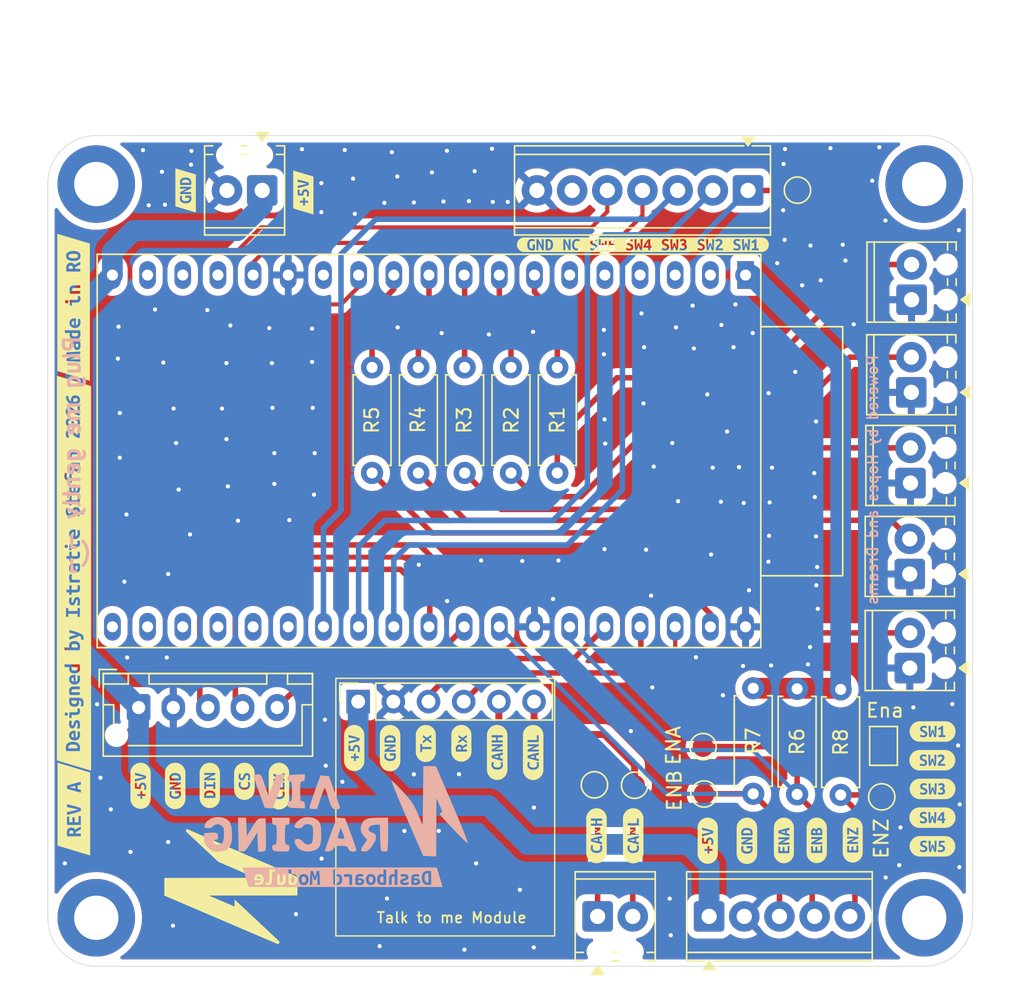
<source format=kicad_pcb>
(kicad_pcb (version 20241229) (generator "pcbnew") (generator_version "9.0")
  (layers (0 "F.Cu" signal) (2 "B.Cu" signal) (13 "F.Paste" user) (15 "B.Paste" user) (5 "F.SilkS" user "F.Silkscreen") (7 "B.SilkS" user "B.Silkscreen") (1 "F.Mask" user) (3 "B.Mask" user) (25 "Edge.Cuts" user))
  (net 0 "")
  (net 1 "+5V")
  (net 2 "/Rx")
  (net 3 "/CANH")
  (net 4 "/CANL")
  (net 5 "/Tx")
  (net 6 "GND")
  (net 7 "/EncoderA")
  (net 8 "/EncoderZ")
  (net 9 "/EncoderB")
  (net 10 "/DIN")
  (net 11 "/CS")
  (net 12 "/CLK")
  (net 13 "Net-(R1-Pad1)")
  (net 14 "/Button1")
  (net 15 "Net-(R2-Pad1)")
  (net 16 "/Button2")
  (net 17 "/Button3")
  (net 18 "Net-(R3-Pad1)")
  (net 19 "Net-(R4-Pad1)")
  (net 20 "/Button4")
  (net 21 "/Button5")
  (net 22 "Net-(R5-Pad1)")
  (net 23 "+3.3V")
  (net 24 "/SW2")
  (net 25 "/SW1")
  (net 26 "/SW4")
  (net 27 "/SW6")
  (net 28 "/SW3")
  (net 29 "/SW5")
  (net 30 "Net-(JP1-A)")
  (footprint "Connector_PinSocket_2.54mm:PinSocket_1x06_P2.54mm_Vertical" (layer "F.Cu") (at 82.46 83.79 90)
    (property "Reference" "J1" (hide yes))
    (property "Value" "Conn_01x06_Socket")
  )
  (footprint "Resistor_THT:R_Axial_DIN0207_L6.3mm_D2.5mm_P7.62mm_Horizontal" (layer "F.Cu") (at 96.8375 67.28 90)
    (property "Reference" "R1")
    (property "Value" "220")
  )
  (footprint "Esp devkit c:ESP32 DevKitC" (layer "F.Cu") (at 110.43344 52.99 -90)
    (property "Reference" "U2" (hide yes))
    (property "Value" "ESP32-DevKitC" (hide yes))
  )
  (footprint "kibuzzard-696A0FA7" (layer "F.Cu") (at 102.32 93.48 90)
    (property "Reference" "kibuzzard-696A0FA7" (hide yes))
    (property "Value" "G***" (hide yes))
  )
  (footprint "kibuzzard-6977479D" (layer "F.Cu") (at 123.93 94.24)
    (property "Reference" "kibuzzard-6977479D" (hide yes))
    (property "Value" "G***" (hide yes))
  )
  (footprint "kibuzzard-697747A7" (layer "F.Cu") (at 123.928062 92.1675)
    (property "Reference" "kibuzzard-697747A7" (hide yes))
    (property "Value" "G***" (hide yes))
  )
  (footprint "kibuzzard-69662E83" (layer "F.Cu") (at 115.57 93.809386 90)
    (property "Reference" "kibuzzard-69662E83" (hide yes))
    (property "Value" "G***" (hide yes))
  )
  (footprint "TerminalBlock_Phoenix:TerminalBlock_Phoenix_MPT-0,5-2-2.54_1x02_P2.54mm_Horizontal" (layer "F.Cu") (at 122.4 61.46 90)
    (property "Reference" "SW2" (hide yes))
    (property "Value" "SW_Push")
  )
  (footprint "kibuzzard-69663259" (layer "F.Cu") (at 95.095 87.465 90)
    (property "Reference" "kibuzzard-69663259" (hide yes))
    (property "Value" "G***" (hide yes))
  )
  (footprint "kibuzzard-69775305" (layer "F.Cu") (at 61.94 74.52 90)
    (property "Reference" "kibuzzard-69775305" (hide yes))
    (property "Value" "G***" (hide yes))
  )
  (footprint "kibuzzard-6966324D" (layer "F.Cu") (at 92.497042 87.461769 90)
    (property "Reference" "kibuzzard-6966324D" (hide yes))
    (property "Value" "G***" (hide yes))
  )
  (footprint "MountingHole:MountingHole_3.2mm_M3_DIN965_Pad_TopBottom" (layer "F.Cu") (at 63.5501 99.3999)
    (property "Reference" "H4" (hide yes))
    (property "Value" "MountingHole" (hide yes))
  )
  (footprint "kibuzzard-697747B3" (layer "F.Cu") (at 123.937755 85.95)
    (property "Reference" "kibuzzard-697747B3" (hide yes))
    (property "Value" "G***" (hide yes))
  )
  (footprint "TerminalBlock_Phoenix:TerminalBlock_Phoenix_MPT-0,5-2-2.54_1x02_P2.54mm_Horizontal" (layer "F.Cu") (at 122.29 81.37 90)
    (property "Reference" "SW5" (hide yes))
    (property "Value" "SW_Push")
  )
  (footprint "Resistor_THT:R_Axial_DIN0207_L6.3mm_D2.5mm_P7.62mm_Horizontal" (layer "F.Cu") (at 117.3 82.91 -90)
    (property "Reference" "R8")
    (property "Value" "4.7k")
  )
  (footprint "Connector_JST:JST_XH_B5B-XH-AM_1x05_P2.50mm_Vertical" (layer "F.Cu") (at 66.61 84.22)
    (property "Reference" "J5" (hide yes))
    (property "Value" "Conn_01x05_Socket")
  )
  (footprint "TestPoint:TestPoint_Pad_D1.5mm" (layer "F.Cu") (at 120.265 90.67 -90)
    (property "Reference" "TP3" (hide yes))
    (property "Value" "TestPoint")
  )
  (footprint "kibuzzard-6977589B" (layer "F.Cu") (at 61.93 91.55 90)
    (property "Reference" "kibuzzard-6977589B" (hide yes))
    (property "Value" "G***" (hide yes))
  )
  (footprint "TerminalBlock_Phoenix:TerminalBlock_Phoenix_MPT-0,5-2-2.54_1x02_P2.54mm_Horizontal" (layer "F.Cu") (at 75.53 46.88 180)
    (property "Reference" "J4" (hide yes))
    (property "Value" "Screw_Terminal_01x02")
  )
  (footprint "TerminalBlock_Phoenix:TerminalBlock_Phoenix_MPT-0,5-2-2.54_1x02_P2.54mm_Horizontal" (layer "F.Cu") (at 99.75 99.3)
    (property "Reference" "J2" (hide yes))
    (property "Value" "Screw_Terminal_01x02")
  )
  (footprint "kibuzzard-69662EA7" (layer "F.Cu") (at 82.175 87.142545 90)
    (property "Reference" "kibuzzard-69662EA7" (hide yes))
    (property "Value" "G***" (hide yes))
  )
  (footprint "kibuzzard-69774506" (layer "F.Cu") (at 71.745 89.842181 90)
    (property "Reference" "kibuzzard-69774506" (hide yes))
    (property "Value" "G***" (hide yes))
  )
  (footprint "Jumper:SolderJumper-2_P1.3mm_Open_Pad1.0x1.5mm" (layer "F.Cu") (at 120.395 86.99 -90)
    (property "Reference" "JP1" (hide yes))
    (property "Value" "SolderJumper_2_Open")
  )
  (footprint "kibuzzard-694BB84E" (layer "F.Cu") (at 61.91 55.32 90)
    (property "Reference" "kibuzzard-694BB84E" (hide yes))
    (property "Value" "G***" (hide yes))
  )
  (footprint "kibuzzard-697744E1" (layer "F.Cu") (at 76.74 89.89 90)
    (property "Reference" "kibuzzard-697744E1" (hide yes))
    (property "Value" "G***" (hide yes))
  )
  (footprint "kibuzzard-6977488C" (layer "F.Cu") (at 103.02 50.8)
    (property "Reference" "kibuzzard-6977488C" (hide yes))
    (property "Value" "G***" (hide yes))
  )
  (footprint "TerminalBlock_Phoenix:TerminalBlock_Phoenix_MPT-0,5-5-2.54_1x05_P2.54mm_Horizontal" (layer "F.Cu") (at 107.8 99.3)
    (property "Reference" "J3" (hide yes))
    (property "Value" "Screw_Terminal_01x05")
  )
  (footprint "TestPoint:TestPoint_Pad_D1.5mm" (layer "F.Cu") (at 107.435 90.46 -90)
    (property "Reference" "TP1" (hide yes))
    (property "Value" "TestPoint")
  )
  (footprint "kibuzzard-697747AD" (layer "F.Cu") (at 123.919661 88.0225)
    (property "Reference" "kibuzzard-697747AD" (hide yes))
    (property "Value" "G***" (hide yes))
  )
  (footprint "TestPoint:TestPoint_Pad_D1.5mm" (layer "F.Cu") (at 102.42 89.83)
    (property "Reference" "TP5" (hide yes))
    (property "Value" "TestPoint")
  )
  (footprint "kibuzzard-69662E9B" (layer "F.Cu") (at 110.53 93.842988 90)
    (property "Reference" "kibuzzard-69662E9B" (hide yes))
    (property "Value" "G***" (hide yes))
  )
  (footprint "TestPoint:TestPoint_Pad_D1.5mm" (layer "F.Cu") (at 114.18 46.86)
    (property "Reference" "SW7" (hide yes))
    (property "Value" "SW_Rotary_1x5_MP" (hide yes))
  )
  (footprint "kibuzzard-69662E8F" (layer "F.Cu") (at 118.17 93.79 90)
    (property "Reference" "kibuzzard-69662E8F" (hide yes))
    (property "Value" "G***" (hide yes))
  )
  (footprint "Resistor_THT:R_Axial_DIN0207_L6.3mm_D2.5mm_P7.62mm_Horizontal" (layer "F.Cu") (at 90.15 67.28 90)
    (property "Reference" "R3")
    (property "Value" "220")
  )
  (footprint "Resistor_THT:R_Axial_DIN0207_L6.3mm_D2.5mm_P7.62mm_Horizontal" (layer "F.Cu") (at 114.155 82.87 -90)
    (property "Reference" "R6")
    (property "Value" "4.7k")
  )
  (footprint "Resistor_THT:R_Axial_DIN0207_L6.3mm_D2.5mm_P7.62mm_Horizontal" (layer "F.Cu") (at 86.80625 67.28 90)
    (property "Reference" "R4")
    (property "Value" "220")
  )
  (footprint "TerminalBlock_Phoenix:TerminalBlock_Phoenix_MPT-0,5-2-2.54_1x02_P2.54mm_Horizontal" (layer "F.Cu") (at 122.29 74.58 90)
    (property "Reference" "SW4" (hide yes))
    (property "Value" "SW_Push")
  )
  (footprint "kibuzzard-6966322B" (layer "F.Cu") (at 84.763911 87.150299 90)
    (property "Reference" "kibuzzard-6966322B" (hide yes))
    (property "Value" "G***" (hide yes))
  )
  (footprint "MountingHole:MountingHole_3.2mm_M3_DIN965_Pad_TopBottom" (layer "F.Cu") (at 123.3299 99.3999)
    (property "Reference" "H3" (hide yes))
    (property "Value" "MountingHole")
  )
  (footprint "MountingHole:MountingHole_3.2mm_M3_DIN965_Pad_TopBottom" (layer "F.Cu") (at 63.5501 46.4201)
    (property "Reference" "H1" (hide yes))
    (property "Value" "MountingHole")
  )
  (footprint "Resistor_THT:R_Axial_DIN0207_L6.3mm_D2.5mm_P7.62mm_Horizontal" (layer "F.Cu") (at 110.985 82.827143 -90)
    (property "Reference" "R7")
    (property "Value" "4.7k")
  )
  (footprint "kibuzzard-697747CE" (layer "F.Cu") (at 78.5 47.03 90)
    (property "Reference" "kibuzzard-697747CE" (hide yes))
    (property "Value" "G***" (hide yes))
  )
  (footprint "TestPoint:TestPoint_Pad_D1.5mm" (layer "F.Cu") (at 99.52 89.8)
    (property "Reference" "TP4" (hide yes))
    (property "Value" "TestPoint")
  )
  (footprint "kibuzzard-69662EA7" (layer "F.Cu") (at 66.75 89.871906 90)
    (property "Reference" "kibuzzard-69662EA7" (hide yes))
    (property "Value" "G***" (hide yes))
  )
  (footprint "kibuzzard-696A0FB0" (layer "F.Cu") (at 99.67 93.476769 90)
    (property "Reference" "kibuzzard-696A0FB0" (hide yes))
    (property "Value" "G***" (hide yes))
  )
  (footprint "kibuzzard-697747DE" (layer "F.Cu") (at 70 46.88 90)
    (property "Reference" "kibuzzard-697747DE" (hide yes))
    (property "Value" "G***" (hide yes))
  )
  (footprint "kibuzzard-697744F1" (layer "F.Cu") (at 74.2425 89.548158 90)
    (property "Reference" "kibuzzard-697744F1" (hide yes))
    (property "Value" "G***" (hide yes))
  )
  (footprint "kibuzzard-6966323F" (layer "F.Cu") (at 89.912008 86.801996 90)
    (property "Reference" "kibuzzard-6966323F" (hide yes))
    (property "Value" "G***" (hide yes))
  )
  (footprint "kibuzzard-69774561" (layer "F.Cu") (at 123.93517 90.095)
    (property "Reference" "kibuzzard-69774561" (hide yes))
    (property "Value" "G***" (hide yes))
  )
  (footprint "kibuzzard-69662EA7" (layer "F.Cu") (at 107.7 93.835234 90)
    (property "Reference" "kibuzzard-69662EA7" (hide yes))
    (property "Value" "G***" (hide yes))
  )
  (footprint "TerminalBlock_Phoenix:TerminalBlock_Phoenix_MPT-0,5-2-2.54_1x02_P2.54mm_Horizontal" (layer "F.Cu") (at 122.34 68.01 90)
    (property "Reference" "SW3" (hide yes))
    (property "Value" "SW_Push")
  )
  (footprint "TerminalBlock_Phoenix:TerminalBlock_Phoenix_MPT-0,5-2-2.54_1x02_P2.54mm_Horizontal" (layer "F.Cu") (at 122.42 54.77 90)
    (property "Reference" "SW1" (hide yes))
    (property "Value" "SW_Push")
  )
  (footprint "MountingHole:MountingHole_3.2mm_M3_DIN965_Pad_TopBottom" (layer "F.Cu") (at 123.3299 46.4201)
    (property "Reference" "H2" (hide yes))
    (property "Value" "MountingHole")
  )
  (footprint "TerminalBlock_Phoenix:TerminalBlock_Phoenix_MPT-0,5-7-2.54_1x07_P2.54mm_Horizontal" (layer "F.Cu") (at 110.61 46.88 180)
    (property "Reference" "SW6" (hide yes))
    (property "Value" "SW_Rotary_1x6_MP")
  )
  (footprint "kibuzzard-69663236" (layer "F.Cu") (at 87.344422 86.816212 90)
    (property "Reference" "kibuzzard-69663236" (hide yes))
    (property "Value" "G***" (hide yes))
  )
  (footprint "kibuzzard-697744FD" (layer "F.Cu") (at 69.2475 89.87966 90)
    (property "Reference" "kibuzzard-697744FD" (hide yes))
    (property "Value" "G***" (hide yes))
  )
  (footprint "Resistor_THT:R_Axial_DIN0207_L6.3mm_D2.5mm_P7.62mm_Horizontal" (layer "F.Cu") (at 93.49375 67.28 90)
    (property "Reference" "R2")
    (property "Value" "220")
  )
  (footprint "kibuzzard-69662E70" (layer "F.Cu") (at 113.2 93.813909 90)
    (property "Reference" "kibuzzard-69662E70" (hide yes))
    (property "Value" "G***" (hide yes))
  )
  (footprint "Resistor_THT:R_Axial_DIN0207_L6.3mm_D2.5mm_P7.62mm_Horizontal" (layer "F.Cu") (at 83.4625 67.28 90)
    (property "Reference" "R5")
    (property "Value" "220")
  )
  (footprint "LOGO" (layer "F.Cu") (at 73.28 97.08 90)
    (property "Reference" "G***" (hide yes))
    (property "Value" "LOGO" (hide yes))
  )
  (footprint "TestPoint:TestPoint_Pad_D1.5mm" (layer "F.Cu") (at 107.365 87.04 -90)
    (property "Reference" "TP2" (hide yes))
    (property "Value" "TestPoint")
  )
  (footprint "kibuzzard-697749A6" (layer "B.Cu") (at 81.34 96.47 180)
    (property "Reference" "kibuzzard-697749A6" (hide yes))
    (property "Value" "G***" (hide yes))
  )
  (footprint "LOGO" (layer "B.Cu") (at 80.94 91.92 180)
    (property "Reference" "G***" (hide yes))
    (property "Value" "LOGO" (hide yes))
  )
  (gr_rect (start 80.85 82.11) (end 96.65 100.71) (stroke (width 0.1)) (fill no) (layer "F.SilkS"))
  (gr_arc (start 60.05 46.42012) (mid 61.075156 43.945156) (end 63.55012 42.92) (stroke (width 0.05)) (layer "Edge.Cuts"))
  (gr_arc (start 123.32988 42.92) (mid 125.804844 43.945156) (end 126.83 46.42012) (stroke (width 0.05)) (layer "Edge.Cuts"))
  (gr_line (start 63.55012 42.92) (end 123.32988 42.92) (stroke (width 0.05)) (layer "Edge.Cuts"))
  (gr_line (start 123.32988 102.9) (end 63.55012 102.9) (stroke (width 0.05)) (layer "Edge.Cuts"))
  (gr_line (start 126.83 46.42012) (end 126.83 99.39988) (stroke (width 0.05)) (layer "Edge.Cuts"))
  (gr_arc (start 126.83 99.39988) (mid 125.804844 101.874844) (end 123.32988 102.9) (stroke (width 0.05)) (layer "Edge.Cuts"))
  (gr_arc (start 63.55012 102.9) (mid 61.075161 101.874839) (end 60.05 99.39988) (stroke (width 0.05)) (layer "Edge.Cuts"))
  (gr_line (start 60.05 99.39988) (end 60.05 46.42012) (stroke (width 0.05)) (layer "Edge.Cuts"))
  (gr_text "ENZ\n" (at 120.82 95.23 90) (layer "F.SilkS") (effects (font (size 1 1)) (justify left bottom)))
  (gr_text "ENB\n" (at 105.88 91.79 90) (layer "F.SilkS") (effects (font (size 1 1)) (justify left bottom)))
  (gr_text "ENA" (at 105.81 88.47 90) (layer "F.SilkS") (effects (font (size 1 1)) (justify left bottom)))
  (gr_text "Talk to me Module" (at 83.72 99.84 -0) (layer "F.SilkS") (effects (font (size 0.762 0.762) (thickness 0.127) (bold yes)) (justify left bottom)))
  (gr_text "Ena" (at 119.04 85.01 0) (layer "F.SilkS") (effects (font (size 1 1)) (justify left bottom)))
  (gr_text "Powered by Hopes and Dreams" (at 120.05 58.68 90) (layer "B.SilkS") (effects (font (size 0.762 0.762) (thickness 0.127) (bold yes)) (justify left bottom mirror)))
  (gr_text "Plug me gently ¬‿¬" (at 62.47 57.26 90) (layer "B.SilkS") (effects (font (size 1.143 1.143) (thickness 0.2286) (bold yes)) (justify left bottom mirror)))
  (segment (start 62.06 55.64344) (end 64.71344 52.99) (width 1.5) (layer "B.Cu") (net 1))
  (segment (start 94.67 94.1) (end 105.43 94.1) (width 1.5) (layer "B.Cu") (net 1))
  (segment (start 66.22234 49.7811) (end 73.728899 49.7811) (width 1.5) (layer "B.Cu") (net 1))
  (segment (start 75.53 47.979999) (end 75.53 46.88) (width 1.5) (layer "B.Cu") (net 1))
  (segment (start 85.65 91.3) (end 91.87 91.3) (width 1.5) (layer "B.Cu") (net 1))
  (segment (start 107.8 95.62) (end 107.8 99.3) (width 1.5) (layer "B.Cu") (net 1))
  (segment (start 69.29 91.3) (end 85.65 91.3) (width 1.5) (layer "B.Cu") (net 1))
  (segment (start 73.728899 49.7811) (end 75.53 47.979999) (width 1.5) (layer "B.Cu") (net 1))
  (segment (start 66.61 84.22) (end 62.06 79.67) (width 1.5) (layer "B.Cu") (net 1))
  (segment (start 82.46 83.79) (end 82.46 88.11) (width 1.5) (layer "B.Cu") (net 1))
  (segment (start 83.09 88.74) (end 85.65 91.3) (width 1.5) (layer "B.Cu") (net 1))
  (segment (start 62.06 79.67) (end 62.06 55.64344) (width 1.5) (layer "B.Cu") (net 1))
  (segment (start 64.71344 51.29) (end 66.22234 49.7811) (width 1.5) (layer "B.Cu") (net 1))
  (segment (start 66.61 84.22) (end 66.61 88.62) (width 1.5) (layer "B.Cu") (net 1))
  (segment (start 64.71344 52.99) (end 64.71344 51.29) (width 1.5) (layer "B.Cu") (net 1))
  (segment (start 82.46 88.11) (end 83.09 88.74) (width 1.5) (layer "B.Cu") (net 1))
  (segment (start 66.61 88.62) (end 69.29 91.3) (width 1.5) (layer "B.Cu") (net 1))
  (segment (start 106.28 94.1) (end 107.8 95.62) (width 1.5) (layer "B.Cu") (net 1))
  (segment (start 91.87 91.3) (end 94.67 94.1) (width 1.5) (layer "B.Cu") (net 1))
  (segment (start 105.43 94.1) (end 106.28 94.1) (width 1.5) (layer "B.Cu") (net 1))
  (segment (start 87.54 83.79) (end 87.54 83.37) (width 0.4) (layer "F.Cu") (net 2))
  (segment (start 98.04344 80.68) (end 100.33344 78.39) (width 0.4) (layer "F.Cu") (net 2))
  (segment (start 88.095 82.815) (end 90.23 80.68) (width 0.4) (layer "F.Cu") (net 2))
  (segment (start 87.455 83.455) (end 88.095 82.815) (width 0.4) (layer "F.Cu") (net 2))
  (segment (start 87.54 83.37) (end 88.095 82.815) (width 0.4) (layer "F.Cu") (net 2))
  (segment (start 90.23 80.68) (end 98.04344 80.68) (width 0.4) (layer "F.Cu") (net 2))
  (segment (start 92.62 87.34) (end 92.62 88) (width 0.5) (layer "F.Cu") (net 3))
  (segment (start 99.52 89.8) (end 99.52 90.05) (width 0.4) (layer "F.Cu") (net 3))
  (segment (start 99.75 90.28) (end 99.75 99.3) (width 0.4) (layer "F.Cu") (net 3))
  (segment (start 92.62 83.79) (end 92.62 87.34) (width 0.5) (layer "F.Cu") (net 3))
  (segment (start 92.62 88) (end 94.42 89.8) (width 0.5) (layer "F.Cu") (net 3))
  (segment (start 99.52 90.05) (end 99.75 90.28) (width 0.4) (layer "F.Cu") (net 3))
  (segment (start 99.52 89.8) (end 94.42 89.8) (width 0.5) (layer "F.Cu") (net 3))
  (segment (start 102.29 99.3) (end 102.29 89.96) (width 0.4) (layer "F.Cu") (net 4))
  (segment (start 102.42 88.36) (end 100.225 86.165) (width 0.5) (layer "F.Cu") (net 4))
  (segment (start 100.225 86.165) (end 96.245 86.165) (width 0.5) (layer "F.Cu") (net 4))
  (segment (start 96.245 86.165) (end 95.16 85.08) (width 0.5) (layer "F.Cu") (net 4))
  (segment (start 102.42 89.83) (end 102.42 88.36) (width 0.5) (layer "F.Cu") (net 4))
  (segment (start 95.16 83.79) (end 95.16 85.08) (width 0.5) (layer "F.Cu") (net 4))
  (segment (start 102.29 89.96) (end 102.42 89.83) (width 0.4) (layer "F.Cu") (net 4))
  (segment (start 92.15 81.72) (end 101.52 81.72) (width 0.4) (layer "F.Cu") (net 5))
  (segment (start 101.52 81.72) (end 102.89 80.35) (width 0.4) (layer "F.Cu") (net 5))
  (segment (start 90.08 83.79) (end 92.15 81.72) (width 0.4) (layer "F.Cu") (net 5))
  (segment (start 102.87344 80.33344) (end 102.87344 78.39) (width 0.4) (layer "F.Cu") (net 5))
  (segment (start 102.89 80.35) (end 102.87344 80.33344) (width 0.4) (layer "F.Cu") (net 5))
  (via (at 88.87 44.02) (size 0.6) (drill 0.3) (layers "F.Cu" "B.Cu") (net 6))
  (via (at 104.95 98.02) (size 0.6) (drill 0.3) (layers "F.Cu" "B.Cu") (net 6))
  (via (at 108.65 69.36) (size 0.6) (drill 0.3) (layers "F.Cu" "B.Cu") (net 6))
  (via (at 84.35 47.78) (size 0.6) (drill 0.3) (layers "F.Cu" "B.Cu") (net 6))
  (via (at 93.26 47.71) (size 0.6) (drill 0.3) (layers "F.Cu" "B.Cu") (net 6))
  (via (at 100.25 63.41) (size 0.6) (drill 0.3) (layers "F.Cu" "B.Cu") (net 6))
  (via (at 105.03 100.66) (size 0.6) (drill 0.3) (layers "F.Cu" "B.Cu") (net 6))
  (via (at 106.61 55.2) (size 0.6) (drill 0.3) (layers "F.Cu" "B.Cu") (net 6))
  (via (at 113.25 50.45) (size 0.6) (drill 0.3) (layers "F.Cu" "B.Cu") (net 6))
  (via (at 63.61 83.98) (size 0.6) (drill 0.3) (layers "F.Cu" "B.Cu") (net 6))
  (via (at 102.92 55.76) (size 0.6) (drill 0.3) (layers "F.Cu" "B.Cu") (net 6))
  (via (at 72.63 62.63) (size 0.6) (drill 0.3) (layers "F.Cu" "B.Cu") (net 6))
  (via (at 65.58 75.13) (size 0.6) (drill 0.3) (layers "F.Cu" "B.Cu") (net 6))
  (via (at 69.5 68.48) (size 0.6) (drill 0.3) (layers "F.Cu" "B.Cu") (net 6))
  (via (at 67.79 55.48) (size 0.6) (drill 0.3) (layers "F.Cu" "B.Cu") (net 6))
  (via (at 120.55 96.49) (size 0.6) (drill 0.3) (layers "F.Cu" "B.Cu") (net 6))
  (via (at 94.14 97.38) (size 0.6) (drill 0.3) (layers "F.Cu" "B.Cu") (net 6))
  (via (at 79.13 59.26) (size 0.6) (drill 0.3) (layers "F.Cu" "B.Cu") (net 6))
  (via (at 122.55 84.21) (size 0.6) (drill 0.3) (layers "F.Cu" "B.Cu") (net 6))
  (via (at 88.49 57.18) (size 0.6) (drill 0.3) (layers "F.Cu" "B.Cu") (net 6))
  (via (at 68.64 80.61) (size 0.6) (drill 0.3) (layers "F.Cu" "B.Cu") (net 6))
  (via (at 76.27 62.58) (size 0.6) (drill 0.3) (layers "F.Cu" "B.Cu") (net 6))
  (via (at 86.48 89.04) (size 0.6) (drill 0.3) (layers "F.Cu" "B.Cu") (net 6))
  (via (at 81.49 43.96) (size 0.6) (drill 0.3) (layers "F.Cu" "B.Cu") (net 6))
  (via (at 115.52 63.56) (size 0.6) (drill 0.3) (layers "F.Cu" "B.Cu") (net 6))
  (via (at 91.9 57.28) (size 0.6) (drill 0.3) (layers "F.Cu" "B.Cu") (net 6))
  (via (at 121.53 95.6) (size 0.6) (drill 0.3) (layers "F.Cu" "B.Cu") (net 6))
  (via (at 79.13 56.86) (size 0.6) (drill 0.3) (layers "F.Cu" "B.Cu") (net 6))
  (via (at 81.32 89.58) (size 0.6) (drill 0.3) (layers "F.Cu" "B.Cu") (net 6))
  (via (at 69.31 65.12) (size 0.6) (drill 0.3) (layers "F.Cu" "B.Cu") (net 6))
  (via (at 79.32 65.85) (size 0.6) (drill 0.3) (layers "F.Cu" "B.Cu") (net 6))
  (via (at 85.8 93.13) (size 0.6) (drill 0.3) (layers "F.Cu" "B.Cu") (net 6))
  (via (at 90.87 45.49) (size 0.6) (drill 0.3) (layers "F.Cu" "B.Cu") (net 6))
  (via (at 70.39 45.02) (size 0.6) (drill 0.3) (layers "F.Cu" "B.Cu") (net 6))
  (via (at 68.29 45.53) (size 0.6) (drill 0.3) (layers "F.Cu" "B.Cu") (net 6))
  (via (at 113.15 48.31) (size 0.6) (drill 0.3) (layers "F.Cu" "B.Cu") (net 6))
  (via (at 121.62 92.88) (size 0.6) (drill 0.3) (layers "F.Cu" "B.Cu") (net 6))
  (via (at 95.09 57.09) (size 0.6) (drill 0.3) (layers "F.Cu" "B.Cu") (net 6))
  (via (at 65.78 80.61) (size 0.6) (drill 0.3) (layers "F.Cu" "B.Cu") (net 6))
  (via (at 119.58 46.18) (size 0.6) (drill 0.3) (layers "F.Cu" "B.Cu") (net 6))
  (via (at 92.12 43.87) (size 0.6) (drill 0.3) (layers "F.Cu" "B.Cu") (net 6))
  (via (at 125.9 91.21) (size 0.6) (drill 0.3) (layers "F.Cu" "B.Cu") (net 6))
  (via (at 65.25 62.95) (size 0.6) (drill 0.3) (layers "F.Cu" "B.Cu") (net 6))
  (via (at 92.18 47.71) (size 0.6) (drill 0.3) (layers "F.Cu" "B.Cu") (net 6))
  (via (at 103.11 58.2) (size 0.6) (drill 0.3) (layers "F.Cu" "B.Cu") (net 6))
  (via (at 112.28 81.18) (size 0.6) (drill 0.3) (layers "F.Cu" "B.Cu") (net 6))
  (via (at 95.14 101.54) (size 0.6) (drill 0.3) (layers "F.Cu" "B.Cu") (net 6))
  (via (at 103.8 66.82) (size 0.6) (drill 0.3) (layers "F.Cu" "B.Cu") (net 6))
  (via (at 117.64 51.94) (size 0.6) (drill 0.3) (layers "F.Cu" "B.Cu") (net 6))
  (via (at 70.32 71.72) (size 0.6) (drill 0.3) (layers "F.Cu" "B.Cu") (net 6))
  (via (at 96.92 73.6) (size 0.6) (drill 0.3) (layers "F.Cu" "B.Cu") (net 6))
  (via (at 115.12 50.86) (size 0.6) (drill 0.3) (layers "F.Cu" "B.Cu") (net 6))
  (via (at 69.09 99.97) (size 0.6) (drill 0.3) (layers "F.Cu" "B.Cu") (net 6))
  (via (at 115.09 79.85) (size 0.6) (drill 0.3) (layers "F.Cu" "B.Cu") (net 6))
  (via (at 86.48 47.75) (size 0.6) (drill 0.3) (layers "F.Cu" "B.Cu") (net 6))
  (via (at 115.86 53.37) (size 0.6) (drill 0.3) (layers "F.Cu" "B.Cu") (net 6))
  (via (at 112.34 66.9) (size 0.6) (drill 0.3) (layers "F.Cu" "B.Cu") (net 6))
  (via (at 114.94 81.1) (size 0.6) (drill 0.3) (layers "F.Cu" "B.Cu") (net 6))
  (via (at 71.57 55.52) (size 0.6) (drill 0.3) (layers "F.Cu" "B.Cu") (net 6))
  (via (at 125.36 83.97) (size 0.6) (drill 0.3) (layers "F.Cu" "B.Cu") (net 6))
  (via (at 64.6 91.57) (size 0.6) (drill 0.3) (layers "F.Cu" "B.Cu") (net 6))
  (via (at 76.41 68.07) (size 0.6) (drill 0.3) (layers "F.Cu" "B.Cu") (net 6))
  (via (at 94.31 73.64) (size 0.6) (drill 0.3) (layers "F.Cu" "B.Cu") (net 6))
  (via (at 107.94 73.17) (size 0.6) (drill 0.3) (layers "F.Cu" "B.Cu") (net 6))
  (via (at 115.39 67.29) (size 0.6) (drill 0.3) (layers "F.Cu" "B.Cu") (net 6))
  (via (at 76.41 65.85) (size 0.6) (drill 0.3) (layers "F.Cu" "B.Cu") (net 6))
  (via (at 109.96 66.86) (size 0.6) (drill 0.3) (layers "F.Cu" "B.Cu") (net 6))
  (via (at 105.56 69.32) (size 0.6) (drill 0.3) (layers "F.Cu" "B.Cu") (net 6))
  (via (at 84.01 101.45) (size 0.6) (drill 0.3) (layers "F.Cu" "B.Cu") (net 6))
  (via (at 115.65 77.09) (size 0.6) (drill 0.3) (layers "F.Cu" "B.Cu") (net 6))
  (via (at 72.95 59.35) (size 0.6) (drill 0.3) (layers "F.Cu" "B.Cu") (net 6))
  (via (at 100.3 65.16) (size 0.6) (drill 0.3) (layers "F.Cu" "B.Cu") (net 6))
  (via (at 88.28 93.13) (size 0.6) (drill 0.3) (layers "F.Cu" "B.Cu") (net 6))
  (via (at 63.85 89.29) (size 0.6) (drill 0.3) (layers "F.Cu" "B.Cu") (net 6))
  (via (at 76.04 56.82) (size 0.6) (drill 0.3) (layers "F.Cu" "B.Cu") (net 6))
  (via (at 112.08 73.69) (size 0.6) (drill 0.3) (layers "F.Cu" "B.Cu") (net 6))
  (via (at 65.11 59.03) (size 0.6) (drill 0.3) (layers "F.Cu" "B.Cu") (net 6))
  (via (at 115.52 71.86) (size 0.6) (drill 0.3) (layers "F.Cu" "B.Cu") (net 6))
  (via (at 82.22 48.57) (size 0.6) (drill 0.3) (layers "F.Cu" "B.Cu") (net 6))
  (via (at 79.8 48.45) (size 0.6) (drill 0.3) (layers "F.Cu" "B.Cu") (net 6))
  (via (at 125.87 95.74) (size 0.6) (drill 0.3) (layers "F.Cu" "B.Cu") (net 6))
  (via (at 103.06 62.26) (size 0.6) (drill 0.3) (layers "F.Cu" "B.Cu") (net 6))
  (via (at 89.74 89.03) (size 0.6) (drill 0.3) (layers "F.Cu" "B.Cu") (net 6))
  (via (at 109.7 55.11) (size 0.6) (drill 0.3) (layers "F.Cu" "B.Cu") (net 6))
  (via (at 86.84 73.91) (size 0.6) (drill 0.3) (layers "F.Cu" "B.Cu") (net 6))
  (via (at 78.4 43.9) (size 0.6) (drill 0.3) (layers "F.Cu" "B.Cu") (net 6))
  (via (at 66.02 94.64) (size 0.6) (drill 0.3) (layers "F.Cu" "B.Cu") (net 6))
  (via (at 112.17 69.41) (size 0.6) (drill 0.3) (layers "F.Cu" "B.Cu") (net 6))
  (via (at 77.97 99.14) (size 0.6) (drill 0.3) (layers "F.Cu" "B.Cu") (net 6))
  (via (at 84.89 44.12) (size 0.6) (drill 0.3) (layers "F.Cu" "B.Cu") (net 6))
  (via (at 88.62 47.68) (size 0.6) (drill 0.3) (layers "F.Cu" "B.Cu") (net 6))
  (via (at 65.16 56.72) (size 0.6) (drill 0.3) (layers "F.Cu" "B.Cu") (net 6))
  (via (at 76.23 59.35) (size 0.6) (drill 0.3) (layers "F.Cu" "B.Cu") (net 6))
  (via (at 96.53 76.38) (size 0.6) (drill 0.3) (layers "F.Cu" "B.Cu") (net 6))
  (via (at 106.7 58.29) (size 0.6) (drill 0.3) (layers "F.Cu" "B.Cu") (net 6))
  (via (at 107.67 61.61) (size 0.6) (drill 0.3) (layers "F.Cu" "B.Cu") (net 6))
  (via (at 88.88 76.53) (size 0.6) (drill 0.3) (layers "F.Cu" "B.Cu") (net 6))
  (via (at 100.2 58.71) (size 0.6) (drill 0.3) (layers "F.Cu" "B.Cu") (net 6))
  (via (at 112.1 61.52) (size 0.6) (drill 0.3) (layers "F.Cu" "B.Cu") (net 6))
  (via (at 106.85 80.59) (size 0.6) (drill 0.3) (layers "F.Cu" "B.Cu") (net 6))
  (via (at 113.28 43.89) (size 0.6) (drill 0.3) (layers "F.Cu" "B.Cu") (net 6))
  (via (at 105.14 65.12) (size 0.6) (drill 0.3) (layers "F.Cu" "B.Cu") (net 6))
  (via (at 120.09 43.76) (size 0.6) (drill 0.3) (layers "F.Cu" "B.Cu") (net 6))
  (via (at 68.74 93.93) (size 0.6) (drill 0.3) (layers "F.Cu" "B.Cu") (net 6))
  (via (at 109.56 58.2) (size 0.6) (drill 0.3) (layers "F.Cu" "B.Cu") (net 6))
  (via (at 117.45 50.8) (size 0.6) (drill 0.3) (layers "F.Cu" "B.Cu") (net 6))
  (via (at 100.25 72.78) (size 0.6) (drill 0.3) (layers "F.Cu" "B.Cu") (net 6))
  (via (at 65.25 66.18) (size 0.6) (drill 0.3) (layers "F.Cu" "B.Cu") (net 6))
  (via (at 103.7 82.77) (size 0.6) (drill 0.3) (layers "F.Cu" "B.Cu") (net 6))
  (via (at 84.54 98.01) (size 0.6) (drill 0.3) (layers "F.Cu" "B.Cu") (net 6))
  (via (at 85.31 56.77) (size 0.6) (drill 0.3) (layers "F.Cu" "B.Cu") (net 6))
  (via (at 77.49 70.68) (size 0.6) (drill 0.3) (layers "F.Cu" "B.Cu") (net 6))
  (via (at 114.02 59.98) (size 0.6) (drill 0.3) (layers "F.Cu" "B.Cu") (net 6))
  (via (at 110.25 81.22) (size 0.6) (drill 0.3) (layers "F.Cu" "B.Cu") (net 6))
  (via (at 87.79 45.58) (size 0.6) (drill 0.3) (layers "F.Cu" "B.Cu") (net 6))
  (via (at 115.54 75.39) (size 0.6) (drill 0.3) (layers "F.Cu" "B.Cu") (net 6))
  (via (at 68.74 74.58) (size 0.6) (drill 0.3) (layers "F.Cu" "B.Cu") (net 6))
  (via (at 95.15 91.44) (size 0.6) (drill 0.3) (layers "F.Cu" "B.Cu") (net 6))
  (via (at 68.51 47.91) (size 0.6) (drill 0.3) (layers "F.Cu" "B.Cu") (net 6))
  (via (at 100.2 56.95) (size 0.6) (drill 0.3) (layers "F.Cu" "B.Cu") (net 6))
  (via (at 90.13 101.7) (size 0.6) (drill 0.3) (layers "F.Cu" "B.Cu") (net 6))
  (via (at 72.95 64.84) (size 0.6) (drill 0.3) (layers "F.Cu" "B.Cu") (net 6))
  (via (at 73.78 70.73) (size 0.6) (drill 0.3) (layers "F.Cu" "B.Cu") (net 6))
  (via (at 110.95 57.18) (size 0.6) (drill 0.3) (layers "F.Cu" "B.Cu") (net 6))
  (via (at 120.53 49.05) (size 0.6) (drill 0.3) (layers "F.Cu" "B.Cu") (net 6))
  (via (at 80.06 85.1) (size 0.6) (drill 0.3) (layers "F.Cu" "B.Cu") (net 6))
  (via (at 79.8 46.35) (size 0.6) (drill 0.3) (layers "F.Cu" "B.Cu") (net 6))
  (via (at 118.24 56.55) (size 0.6) (drill 0.3) (layers "F.Cu" "B.Cu") (net 6))
  (via (at 67.34 47.95) (size 0.6) (drill 0.3) (layers "F.Cu" "B.Cu") (net 6))
  (via (at 61.28 95.47) (size 0.6) (drill 0.3) (layers "F.Cu" "B.Cu") (net 6))
  (via (at 115.6 74.07) (size 0.6) (drill 0.3) (layers "F.Cu" "B.Cu") (net 6))
  (via (at 73.23 56.63) (size 0.6) (drill 0.3) (layers "F.Cu" "B.Cu") (net 6))
  (via (at 108.06 66.9) (size 0.6) (drill 0.3) (layers "F.Cu" "B.Cu") (net 6))
  (via (at 79.27 68.85) (size 0.6) (drill 0.3) (layers "F.Cu" "B.Cu") (net 6))
  (via (at 85.28 45.87) (size 0.6) (drill 0.3) (layers "F.Cu" "B.Cu") (net 6))
  (via (at 103.61 76.14) (size 0.6) (drill 0.3) (layers "F.Cu" "B.Cu") (net 6))
  (via (at 82.09 46.03) (size 0.6) (drill 0.3) (layers "F.Cu" "B.Cu") (net 6))
  (via (at 125.84 49.75) (size 0.6) (drill 0.3) (layers "F.Cu" "B.Cu") (net 6))
  (via (at 112.72 52.13) (size 0.6) (drill 0.3) (layers "F.Cu" "B.Cu") (net 6))
  (via (at 80.12 88.42) (size 0.6) (drill 0.3) (layers "F.Cu" "B.Cu") (net 6))
  (via (at 112.13 71.82) (size 0.6) (drill 0.3) (layers "F.Cu" "B.Cu") (net 6))
  (via (at 68.39 59.31) (size 0.6) (drill 0.3) (layers "F.Cu" "B.Cu") (net 6))
  (via (at 91.34 73.6) (size 0.6) (drill 0.3) (layers "F.Cu" "B.Cu") (net 6))
  (via (at 110.3 69.45) (size 0.6) (drill 0.3) (layers "F.Cu" "B.Cu") (net 6))
  (via (at 66.92 43.97) (size 0.6) (drill 0.3) (layers "F.Cu" "B.Cu") (net 6))
  (via (at 69.13 62.63) (size 0.6) (drill 0.3) (layers "F.Cu" "B.Cu") (net 6))
  (via (at 109.1 64.29) (size 0.6) (drill 0.3) (layers "F.Cu" "B.Cu") (net 6))
  (via (at 113.18 44.97) (size 0.6) (drill 0.3) (layers "F.Cu" "B.Cu") (net 6))
  (via (at 90.98 95.47) (size 0.6) (drill 0.3) (layers "F.Cu" "B.Cu") (net 6))
  (via (at 65.73 70.28) (size 0.6) (drill 0.3) (layers "F.Cu" "B.Cu") (net 6))
  (via (at 108.69 56.59) (size 0.6) (drill 0.3) (layers "F.Cu" "B.Cu") (net 6))
  (via (at 79.82 95.13) (size 0.6) (drill 0.3) (layers "F.Cu" "B.Cu") (net 6))
  (via (at 116.56 43.83) (size 0.6) (drill 0.3) (layers "F.Cu" "B.Cu") (net 6))
  (via (at 73.05 68.25) (size 0.6) (drill 0.3) (layers "F.Cu" "B.Cu") (net 6))
  (via (at 108.8 83.33) (size 0.6) (drill 0.3) (layers "F.Cu" "B.Cu") (net 6))
  (via (at 70.42 44.03) (size 0.6) (drill 0.3) (layers "F.Cu" "B.Cu") (net 6))
  (via (at 110.68 75.75) (size 0.6) (drill 0.3) (layers "F.Cu" "B.Cu") (net 6))
  (via (at 90.46 47.65) (size 0.6) (drill 0.3) (layers "F.Cu" "B.Cu") (net 6))
  (via (at 125.78 86.96) (size 0.6) (drill 0.3) (layers "F.Cu" "B.Cu") (net 6))
  (via (at 114.52 53.73) (size 0.6) (drill 0.3) (layers "F.Cu" "B.Cu") (net 6))
  (via (at 102.15 85.92) (size 0.6) (drill 0.3) (layers "F.Cu" "B.Cu") (net 6))
  (via (at 115.43 69.02) (size 0.6) (drill 0.3) (layers "F.Cu" "B.Cu") (net 6))
  (via (at 103.25 72.82) (size 0.6) (drill 0.3) (layers "F.Cu" "B.Cu") (net 6))
  (via (at 105.41 56.77) (size 0.6) (drill 0.3) (layers "F.Cu" "B.Cu") (net 6))
  (via (at 79.18 62.58) (size 0.6) (drill 0.3) (layers "F.Cu" "B.Cu") (net 6))
  (segment (start 112.88 94.88) (end 112.07 94.07) (width 0.4) (layer "F.Cu") (net 7))
  (segment (start 110.66 90.772143) (end 110.985 90.447143) (width 0.2) (layer "F.Cu") (net 7))
  (segment (start 110.985 90.447143) (end 107.447857 90.447143) (width 0.4) (layer "F.Cu") (net 7))
  (segment (start 110.985 90.447143) (end 112.07 91.532143) (width 0.4) (layer "F.Cu") (net 7))
  (segment (start 112.07 94.07) (end 112.07 92.21) (width 0.4) (layer "F.Cu") (net 7))
  (segment (start 107.447857 90.447143) (end 107.435 90.46) (width 0.4) (layer "F.Cu") (net 7))
  (segment (start 112.07 91.532143) (end 112.07 92.21) (width 0.4) (layer "F.Cu") (net 7))
  (segment (start 112.88 99.3) (end 112.88 94.88) (width 0.4) (layer "F.Cu") (net 7))
  (segment (start 104.710583 90.447143) (end 92.65344 78.39) (width 0.3) (layer "B.Cu") (net 7))
  (segment (start 110.985 90.447143) (end 104.710583 90.447143) (width 0.3) (layer "B.Cu") (net 7))
  (segment (start 118.33 97.78) (end 118.385 97.725) (width 0.4) (layer "F.Cu") (net 8))
  (segment (start 120.265 90.67) (end 120.265 87.77) (width 0.4) (layer "F.Cu") (net 8))
  (segment (start 120.265 87.77) (end 120.395 87.64) (width 0.4) (layer "F.Cu") (net 8))
  (segment (start 118.385 97.725) (end 118.385 91.66) (width 0.4) (layer "F.Cu") (net 8))
  (segment (start 118.33 98.93) (end 118.33 97.78) (width 0.4) (layer "F.Cu") (net 8))
  (segment (start 117.3 90.53) (end 118.385 91.615) (width 0.4) (layer "F.Cu") (net 8))
  (segment (start 117.96 99.3) (end 118.33 98.93) (width 0.4) (layer "F.Cu") (net 8))
  (segment (start 117.3 90.53) (end 120.125 90.53) (width 0.4) (layer "F.Cu") (net 8))
  (segment (start 118.385 91.615) (end 118.385 91.66) (width 0.4) (layer "F.Cu") (net 8))
  (segment (start 120.125 90.53) (end 120.265 90.67) (width 0.4) (layer "F.Cu") (net 8))
  (segment (start 115.24 99.12) (end 115.42 99.3) (width 0.4) (layer "F.Cu") (net 9))
  (segment (start 115.24 92.26) (end 115.24 99.12) (width 0.4) (layer "F.Cu") (net 9))
  (segment (start 114.155 90.49) (end 114.155 88.24) (width 0.4) (layer "F.Cu") (net 9))
  (segment (start 115.24 91.575) (end 115.24 92.26) (width 0.4) (layer "F.Cu") (net 9))
  (segment (start 114.155 88.24) (end 112.955 87.04) (width 0.4) (layer "F.Cu") (net 9))
  (segment (start 112.955 87.04) (end 107.365 87.04) (width 0.4) (layer "F.Cu") (net 9))
  (segment (start 114.155 90.49) (end 115.24 91.575) (width 0.4) (layer "F.Cu") (net 9))
  (segment (start 114.155 90.49) (end 110.955 87.29) (width 0.3) (layer "B.Cu") (net 9))
  (segment (start 110.955 87.29) (end 105.76 87.29) (width 0.3) (layer "B.Cu") (net 9))
  (segment (start 105.76 87.29) (end 97.73344 79.26344) (width 0.3) (layer "B.Cu") (net 9))
  (segment (start 97.73344 79.26344) (end 97.73344 78.39) (width 0.3) (layer "B.Cu") (net 9))
  (segment (start 71.61 84.22) (end 71.03 83.64) (width 0.4) (layer "F.Cu") (net 10))
  (segment (start 71.03 74.28) (end 72.83 72.48) (width 0.4) (layer "F.Cu") (net 10))
  (segment (start 89.22 74.81) (end 86.89 72.48) (width 0.4) (layer "F.Cu") (net 10))
  (segment (start 71.03 83.64) (end 71.03 74.28) (width 0.4) (layer "F.Cu") (net 10))
  (segment (start 107.89344 78.39) (end 107.89344 77.45344) (width 0.4) (layer "F.Cu") (net 10))
  (segment (start 105.25 74.81) (end 89.22 74.81) (width 0.4) (layer "F.Cu") (net 10))
  (segment (start 107.89344 77.45344) (end 105.25 74.81) (width 0.4) (layer "F.Cu") (net 10))
  (segment (start 86.89 72.48) (end 85.54 72.48) (width 0.4) (layer "F.Cu") (net 10))
  (segment (start 72.83 72.48) (end 85.54 72.48) (width 0.4) (layer "F.Cu") (net 10))
  (segment (start 74.11 84.22) (end 73.59 83.7) (width 0.4) (layer "F.Cu") (net 11))
  (segment (start 87.63344 76.37) (end 87.63344 78.39) (width 0.4) (layer "F.Cu") (net 11))
  (segment (start 75.61 74.24) (end 85.50344 74.24) (width 0.4) (layer "F.Cu") (net 11))
  (segment (start 73.59 76.26) (end 75.61 74.24) (width 0.4) (layer "F.Cu") (net 11))
  (segment (start 73.59 83.7) (end 73.59 76.26) (width 0.4) (layer "F.Cu") (net 11))
  (segment (start 85.50344 74.24) (end 87.63344 76.37) (width 0.4) (layer "F.Cu") (net 11))
  (segment (start 87.41344 81.15) (end 90.17344 78.39) (width 0.4) (layer "F.Cu") (net 12))
  (segment (start 79.68 81.15) (end 87.41344 81.15) (width 0.4) (layer "F.Cu") (net 12))
  (segment (start 76.61 84.22) (end 79.68 81.15) (width 0.4) (layer "F.Cu") (net 12))
  (segment (start 101.14 60.41) (end 111.23 60.41) (width 0.4) (layer "F.Cu") (net 13))
  (segment (start 96.8375 67.28) (end 96.8375 64.7125) (width 0.4) (layer "F.Cu") (net 13))
  (segment (start 96.8375 64.7125) (end 101.14 60.41) (width 0.4) (layer "F.Cu") (net 13))
  (segment (start 119.41 52.23) (end 122.42 52.23) (width 0.4) (layer "F.Cu") (net 13))
  (segment (start 111.23 60.41) (end 119.41 52.23) (width 0.4) (layer "F.Cu") (net 13))
  (segment (start 95.19344 54.22344) (end 96.8375 55.8675) (width 0.4) (layer "F.Cu") (net 14))
  (segment (start 96.8375 55.8675) (end 96.8375 59.66) (width 0.4) (layer "F.Cu") (net 14))
  (segment (start 95.19344 52.99) (end 95.19344 54.22344) (width 0.4) (layer "F.Cu") (net 14))
  (segment (start 98.56 68.99) (end 104.53 63.02) (width 0.4) (layer "F.Cu") (net 15))
  (segment (start 113.86 63.02) (end 117.96 58.92) (width 0.4) (layer "F.Cu") (net 15))
  (segment (start 104.53 63.02) (end 113.86 63.02) (width 0.4) (layer "F.Cu") (net 15))
  (segment (start 95.20375 68.99) (end 98.56 68.99) (width 0.4) (layer "F.Cu") (net 15))
  (segment (start 117.96 58.92) (end 122.4 58.92) (width 0.4) (layer "F.Cu") (net 15))
  (segment (start 93.49375 67.28) (end 95.20375 68.99) (width 0.4) (layer "F.Cu") (net 15))
  (segment (start 93.49375 55.66375) (end 92.65344 54.82344) (width 0.4) (layer "F.Cu") (net 16))
  (segment (start 93.49375 59.66) (end 93.49375 55.66375) (width 0.4) (layer "F.Cu") (net 16))
  (segment (start 92.65344 54.82344) (end 92.65344 52.99) (width 0.4) (layer "F.Cu") (net 16))
  (segment (start 90.15 59.66) (end 90.15 53.02656) (width 0.4) (layer "F.Cu") (net 17))
  (segment (start 90.08 53.02344) (end 90.11344 52.99) (width 0.3) (layer "F.Cu") (net 17))
  (segment (start 90.15 53.02656) (end 90.11344 52.99) (width 0.4) (layer "F.Cu") (net 17))
  (segment (start 90.15 67.28) (end 92.78 69.91) (width 0.4) (layer "F.Cu") (net 18))
  (segment (start 107.37 65.47) (end 122.34 65.47) (width 0.4) (layer "F.Cu") (net 18))
  (segment (start 102.93 69.91) (end 107.37 65.47) (width 0.4) (layer "F.Cu") (net 18))
  (segment (start 92.78 69.91) (end 102.93 69.91) (width 0.4) (layer "F.Cu") (net 18))
  (segment (start 86.80625 67.28) (end 90.22625 70.7) (width 0.4) (layer "F.Cu") (net 19))
  (segment (start 120.95 70.7) (end 122.29 72.04) (width 0.4) (layer "F.Cu") (net 19))
  (segment (start 90.22625 70.7) (end 120.95 70.7) (width 0.4) (layer "F.Cu") (net 19))
  (segment (start 87.57344 54.85656) (end 86.80625 55.62375) (width 0.4) (layer "F.Cu") (net 20))
  (segment (start 87.57344 52.99) (end 87.57344 54.85656) (width 0.4) (layer "F.Cu") (net 20))
  (segment (start 86.80625 55.62375) (end 86.80625 59.66) (width 0.4) (layer "F.Cu") (net 20))
  (segment (start 83.4625 55.5775) (end 85.03344 54.00656) (width 0.4) (layer "F.Cu") (net 21))
  (segment (start 85.03344 52.99) (end 85.03344 54.00656) (width 0.4) (layer "F.Cu") (net 21))
  (segment (start 83.4625 59.66) (end 83.4625 55.5775) (width 0.4) (layer "F.Cu") (net 21))
  (segment (start 115.63 78.83) (end 122.29 78.83) (width 0.4) (layer "F.Cu") (net 22))
  (segment (start 87.7925 71.61) (end 108.41 71.61) (width 0.4) (layer "F.Cu") (net 22))
  (segment (start 83.4625 67.28) (end 87.7925 71.61) (width 0.4) (layer "F.Cu") (net 22))
  (segment (start 108.41 71.61) (end 115.63 78.83) (width 0.4) (layer "F.Cu") (net 22))
  (segment (start 110.985 82.827143) (end 117.217143 82.827143) (width 1.5) (layer "F.Cu") (net 23))
  (segment (start 110.83 52.99) (end 117.3 59.46) (width 1.5) (layer "B.Cu") (net 23))
  (segment (start 110.43344 52.99) (end 110.83 52.99) (width 1.5) (layer "B.Cu") (net 23))
  (segment (start 117.3 59.46) (end 117.3 82.91) (width 1.5) (layer "B.Cu") (net 23))
  (segment (start 82.49344 72.57656) (end 84.36 70.71) (width 0.4) (layer "B.Cu") (net 24))
  (segment (start 96.53 70.71) (end 99.01 68.23) (width 0.4) (layer "B.Cu") (net 24))
  (segment (start 84.36 70.71) (end 96.53 70.71) (width 0.4) (layer "B.Cu") (net 24))
  (segment (start 82.49344 78.39) (end 82.49344 72.57656) (width 0.4) (layer "B.Cu") (net 24))
  (segment (start 100.27 50.09) (end 104.86 50.09) (width 0.4) (layer "B.Cu") (net 24))
  (segment (start 99.01 51.35) (end 100.27 50.09) (width 0.4) (layer "B.Cu") (net 24))
  (segment (start 99.01 68.23) (end 99.01 51.35) (width 0.4) (layer "B.Cu") (net 24))
  (segment (start 104.86 50.09) (end 108.07 46.88) (width 0.4) (layer "B.Cu") (net 24))
  (segment (start 114.16 46.88) (end 114.18 46.86) (width 0.4) (layer "F.Cu") (net 25))
  (segment (start 110.61 46.88) (end 114.16 46.88) (width 0.4) (layer "F.Cu") (net 25))
  (segment (start 85.03344 73.54656) (end 85.03344 78.39) (width 0.4) (layer "B.Cu") (net 25))
  (segment (start 97.56 72.48) (end 86.1 72.48) (width 0.4) (layer "B.Cu") (net 25))
  (segment (start 101.54 68.5) (end 97.56 72.48) (width 0.4) (layer "B.Cu") (net 25))
  (segment (start 101.54 52.27) (end 101.54 68.5) (width 0.4) (layer "B.Cu") (net 25))
  (segment (start 110.61 46.88) (end 106.21 51.28) (width 0.4) (layer "B.Cu") (net 25))
  (segment (start 86.1 72.48) (end 85.03344 73.54656) (width 0.4) (layer "B.Cu") (net 25))
  (segment (start 106.21 51.28) (end 102.53 51.28) (width 0.4) (layer "B.Cu") (net 25))
  (segment (start 102.53 51.28) (end 101.54 52.27) (width 0.4) (layer "B.Cu") (net 25))
  (segment (start 102.99 48.68) (end 102.99 46.88) (width 0.3) (layer "F.Cu") (net 26))
  (segment (start 101 50.67) (end 102.99 48.68) (width 0.3) (layer "F.Cu") (net 26))
  (segment (start 74.87344 52.99) (end 74.87344 52.08656) (width 0.3) (layer "F.Cu") (net 26))
  (segment (start 76.29 50.67) (end 101 50.67) (width 0.3) (layer "F.Cu") (net 26))
  (segment (start 74.87344 52.08656) (end 76.29 50.67) (width 0.3) (layer "F.Cu") (net 26))
  (segment (start 79.95344 78.39) (end 79.95344 71.25656) (width 0.4) (layer "B.Cu") (net 28))
  (segment (start 83.74 48.96) (end 103.45 48.96) (width 0.4) (layer "B.Cu") (net 28))
  (segment (start 81.22 69.99) (end 81.22 51.48) (width 0.4) (layer "B.Cu") (net 28))
  (segment (start 103.45 48.96) (end 105.53 46.88) (width 0.4) (layer "B.Cu") (net 28))
  (segment (start 81.22 51.48) (end 83.74 48.96) (width 0.4) (layer "B.Cu") (net 28))
  (segment (start 79.95344 71.25656) (end 81.22 69.99) (width 0.4) (layer "B.Cu") (net 28))
  (segment (start 99.31 49.55) (end 75.44 49.55) (width 0.3) (layer "F.Cu") (net 29))
  (segment (start 100.45 46.88) (end 100.45 48.41) (width 0.3) (layer "F.Cu") (net 29))
  (segment (start 82.49344 53.83656) (end 82.49344 52.99) (width 0.3) (layer "F.Cu") (net 29))
  (segment (start 73.6 51.39) (end 73.6 54.16) (width 0.3) (layer "F.Cu") (net 29))
  (segment (start 81.22 55.11) (end 82.49344 53.83656) (width 0.3) (layer "F.Cu") (net 29))
  (segment (start 100.45 48.41) (end 99.31 49.55) (width 0.3) (layer "F.Cu") (net 29))
  (segment (start 75.44 49.55) (end 73.6 51.39) (width 0.3) (layer "F.Cu") (net 29))
  (segment (start 73.6 54.16) (end 74.55 55.11) (width 0.3) (layer "F.Cu") (net 29))
  (segment (start 74.55 55.11) (end 81.22 55.11) (width 0.3) (layer "F.Cu") (net 29))
  (segment (start 105.35344 82.32344) (end 108.08 85.05) (width 0.3) (layer "F.Cu") (net 30))
  (segment (start 105.35344 78.39) (end 105.35344 82.32344) (width 0.3) (layer "F.Cu") (net 30))
  (segment (start 108.08 85.05) (end 114.66 85.05) (width 0.3) (layer "F.Cu") (net 30))
  (segment (start 115.95 86.34) (end 120.395 86.34) (width 0.3) (layer "F.Cu") (net 30))
  (segment (start 114.66 85.05) (end 115.95 86.34) (width 0.3) (layer "F.Cu") (net 30))
  (zone (net 6) (net_name "GND") (layers "F.Cu" "B.Cu") (connect_pads (clearance 0.5)) (min_thickness 0.25) (fill yes (thermal_gap 0.5) (thermal_bridge_width 0.5))
    (polygon (pts (xy 130.3 105.88) (xy 130.54 33.13) (xy 56.598004 33.244477) (xy 56.857996 105.922459) (xy 130.3 105.86) (xy 130.3 105.79) (xy 130.29 105.86) (xy 130.3 105.86) (xy 130.32 105.89) (xy 130.3 105.83)))
  )
)
</source>
